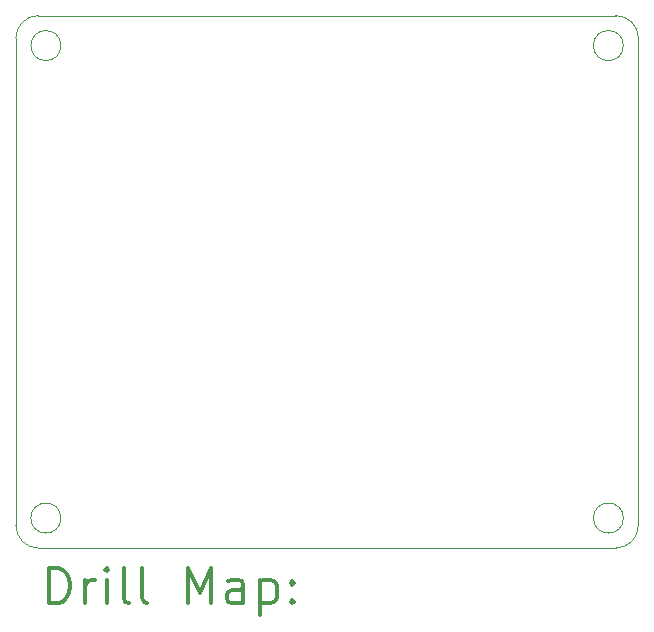
<source format=gbr>
%FSLAX45Y45*%
G04 Gerber Fmt 4.5, Leading zero omitted, Abs format (unit mm)*
G04 Created by KiCad (PCBNEW 5.1.10-88a1d61d58~88~ubuntu20.04.1) date 2021-07-14 13:59:50*
%MOMM*%
%LPD*%
G01*
G04 APERTURE LIST*
%TA.AperFunction,Profile*%
%ADD10C,0.050000*%
%TD*%
%ADD11C,0.200000*%
%ADD12C,0.300000*%
G04 APERTURE END LIST*
D10*
X8890000Y-14287500D02*
G75*
G02*
X8699500Y-14097000I0J190500D01*
G01*
X9080500Y-14033500D02*
G75*
G03*
X9080500Y-14033500I-127000J0D01*
G01*
X13970000Y-14097000D02*
G75*
G02*
X13779500Y-14287500I-190500J0D01*
G01*
X13843000Y-14033500D02*
G75*
G03*
X13843000Y-14033500I-127000J0D01*
G01*
X13779500Y-9779000D02*
G75*
G02*
X13970000Y-9969500I0J-190500D01*
G01*
X13843000Y-10033000D02*
G75*
G03*
X13843000Y-10033000I-127000J0D01*
G01*
X8699500Y-9969500D02*
G75*
G02*
X8890000Y-9779000I190500J0D01*
G01*
X9080500Y-10033000D02*
G75*
G03*
X9080500Y-10033000I-127000J0D01*
G01*
X8699500Y-14097000D02*
X8699500Y-9969500D01*
X13779500Y-14287500D02*
X8890000Y-14287500D01*
X13970000Y-9969500D02*
X13970000Y-14097000D01*
X8890000Y-9779000D02*
X13779500Y-9779000D01*
D11*
D12*
X8983428Y-14755714D02*
X8983428Y-14455714D01*
X9054857Y-14455714D01*
X9097714Y-14470000D01*
X9126286Y-14498571D01*
X9140571Y-14527143D01*
X9154857Y-14584286D01*
X9154857Y-14627143D01*
X9140571Y-14684286D01*
X9126286Y-14712857D01*
X9097714Y-14741429D01*
X9054857Y-14755714D01*
X8983428Y-14755714D01*
X9283428Y-14755714D02*
X9283428Y-14555714D01*
X9283428Y-14612857D02*
X9297714Y-14584286D01*
X9312000Y-14570000D01*
X9340571Y-14555714D01*
X9369143Y-14555714D01*
X9469143Y-14755714D02*
X9469143Y-14555714D01*
X9469143Y-14455714D02*
X9454857Y-14470000D01*
X9469143Y-14484286D01*
X9483428Y-14470000D01*
X9469143Y-14455714D01*
X9469143Y-14484286D01*
X9654857Y-14755714D02*
X9626286Y-14741429D01*
X9612000Y-14712857D01*
X9612000Y-14455714D01*
X9812000Y-14755714D02*
X9783428Y-14741429D01*
X9769143Y-14712857D01*
X9769143Y-14455714D01*
X10154857Y-14755714D02*
X10154857Y-14455714D01*
X10254857Y-14670000D01*
X10354857Y-14455714D01*
X10354857Y-14755714D01*
X10626286Y-14755714D02*
X10626286Y-14598571D01*
X10612000Y-14570000D01*
X10583428Y-14555714D01*
X10526286Y-14555714D01*
X10497714Y-14570000D01*
X10626286Y-14741429D02*
X10597714Y-14755714D01*
X10526286Y-14755714D01*
X10497714Y-14741429D01*
X10483428Y-14712857D01*
X10483428Y-14684286D01*
X10497714Y-14655714D01*
X10526286Y-14641429D01*
X10597714Y-14641429D01*
X10626286Y-14627143D01*
X10769143Y-14555714D02*
X10769143Y-14855714D01*
X10769143Y-14570000D02*
X10797714Y-14555714D01*
X10854857Y-14555714D01*
X10883428Y-14570000D01*
X10897714Y-14584286D01*
X10912000Y-14612857D01*
X10912000Y-14698571D01*
X10897714Y-14727143D01*
X10883428Y-14741429D01*
X10854857Y-14755714D01*
X10797714Y-14755714D01*
X10769143Y-14741429D01*
X11040571Y-14727143D02*
X11054857Y-14741429D01*
X11040571Y-14755714D01*
X11026286Y-14741429D01*
X11040571Y-14727143D01*
X11040571Y-14755714D01*
X11040571Y-14570000D02*
X11054857Y-14584286D01*
X11040571Y-14598571D01*
X11026286Y-14584286D01*
X11040571Y-14570000D01*
X11040571Y-14598571D01*
M02*

</source>
